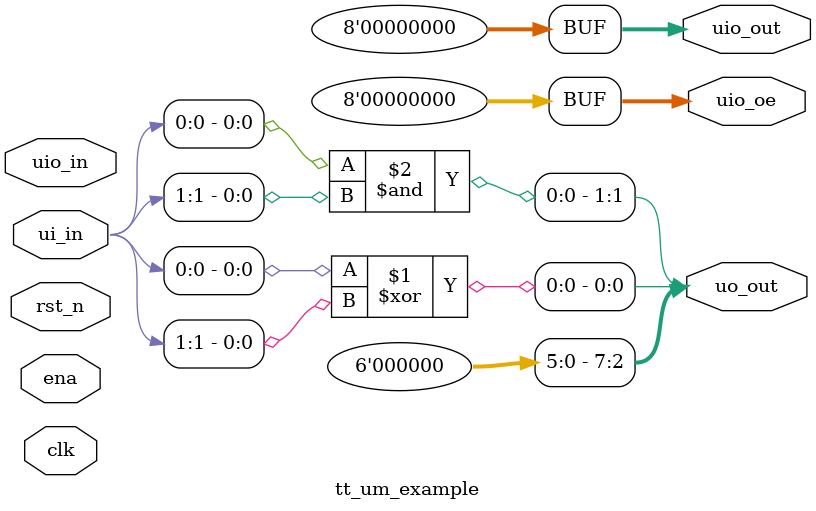
<source format=v>
/*
 * Copyright (c) 2024 Your Name
 * SPDX-License-Identifier: Apache-2.0
 */

`define default_netname none

module tt_um_example (
    input  wire [7:0] ui_in,    // Dedicated inputs
    output wire [7:0] uo_out,   // Dedicated outputs
    input  wire [7:0] uio_in,   // IOs: Input path
    output wire [7:0] uio_out,  // IOs: Output path
    output wire [7:0] uio_oe,   // IOs: Enable path (active high: 0=input, 1=output)
    input  wire       ena,      // will go high when the design is enabled
    input  wire       clk,      // clock
    input  wire       rst_n     // reset_n - low to reset
);

  // All output pins must be assigned. If not used, assign to 0.
  //assign uo_out  = ui_in + uio_in;  // Example: ou_out is the sum of ui_in and uio_in
  assign uio_out = 0;
  assign uio_oe  = 0;
    assign uo_out[7:2]=6'b0;
    assign uo_out[0]=ui_in[0]^ui_in[1];
    assign uo_out[1]=ui_in[0]&ui_in[1];
endmodule

</source>
